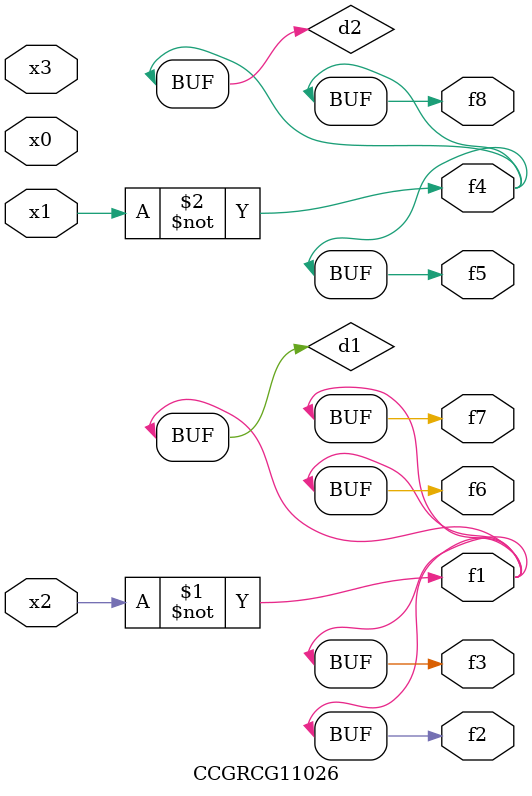
<source format=v>
module CCGRCG11026(
	input x0, x1, x2, x3,
	output f1, f2, f3, f4, f5, f6, f7, f8
);

	wire d1, d2;

	xnor (d1, x2);
	not (d2, x1);
	assign f1 = d1;
	assign f2 = d1;
	assign f3 = d1;
	assign f4 = d2;
	assign f5 = d2;
	assign f6 = d1;
	assign f7 = d1;
	assign f8 = d2;
endmodule

</source>
